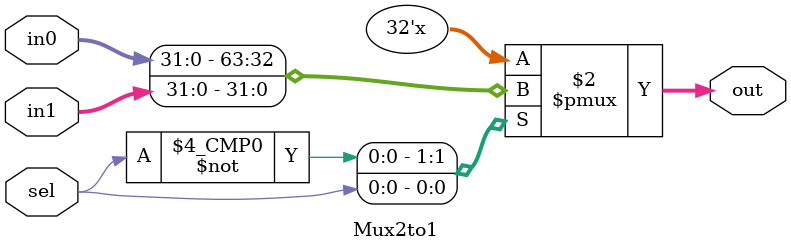
<source format=v>
module Mux2to1 (sel, in0, in1, out);
	input sel;
	input [31:0] in0, in1;
	output [31:0] out;
	
	reg [31:0] out;
	
	always @(*) begin
		case(sel)
			1'b0: begin
				out <= in0;
			end
			1'b1: begin
				out <= in1;
			end
		endcase
	end
endmodule

</source>
